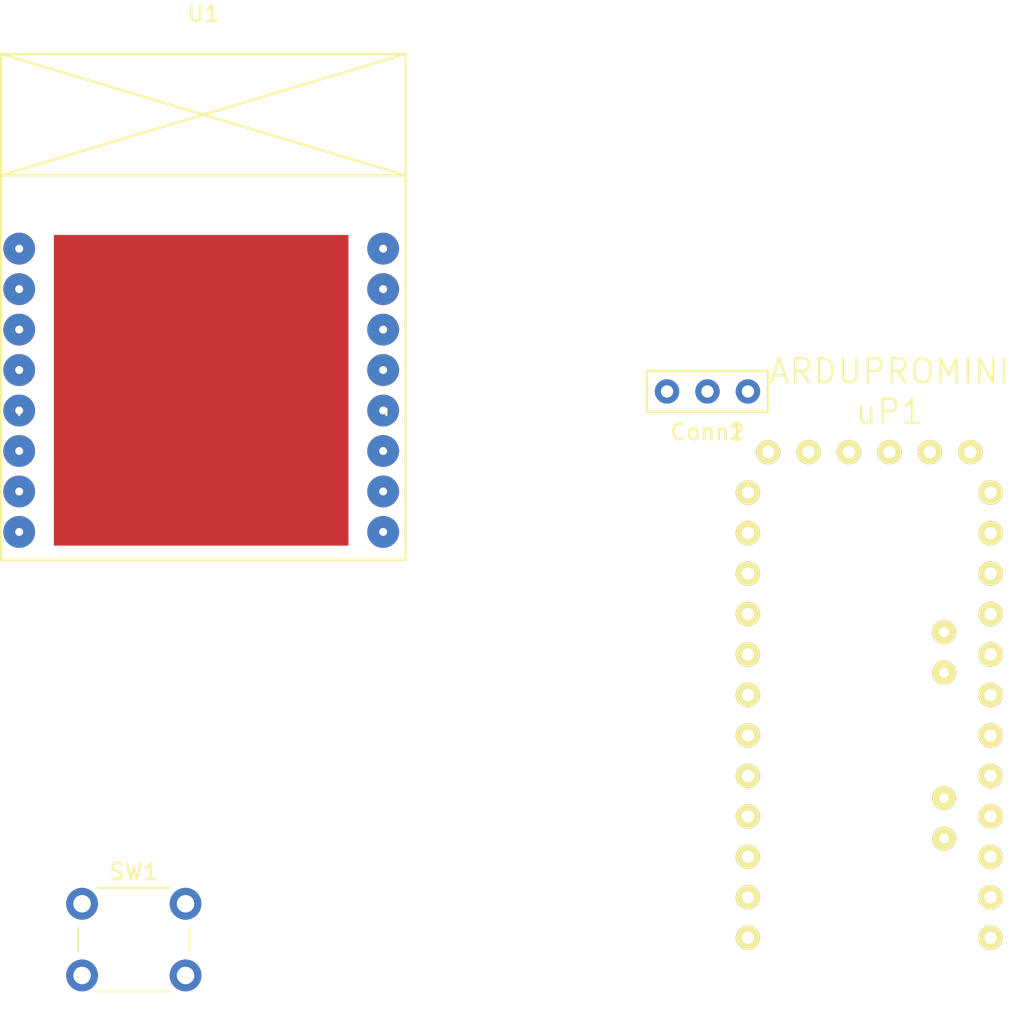
<source format=kicad_pcb>
(kicad_pcb (version 4) (host pcbnew 4.0.7+dfsg1-1~bpo9+1)

  (general
    (links 11)
    (no_connects 9)
    (area 0 0 0 0)
    (thickness 1.6)
    (drawings 0)
    (tracks 0)
    (zones 0)
    (modules 5)
    (nets 7)
  )

  (page A4)
  (layers
    (0 F.Cu signal)
    (31 B.Cu signal)
    (32 B.Adhes user)
    (33 F.Adhes user)
    (34 B.Paste user)
    (35 F.Paste user)
    (36 B.SilkS user)
    (37 F.SilkS user)
    (38 B.Mask user)
    (39 F.Mask user)
    (40 Dwgs.User user)
    (41 Cmts.User user)
    (42 Eco1.User user)
    (43 Eco2.User user)
    (44 Edge.Cuts user)
    (45 Margin user)
    (46 B.CrtYd user)
    (47 F.CrtYd user)
    (48 B.Fab user)
    (49 F.Fab user)
  )

  (setup
    (last_trace_width 1)
    (trace_clearance 0.2)
    (zone_clearance 0.508)
    (zone_45_only no)
    (trace_min 0.2)
    (segment_width 0.2)
    (edge_width 0.15)
    (via_size 2)
    (via_drill 0.4)
    (via_min_size 0.4)
    (via_min_drill 0.3)
    (uvia_size 0.3)
    (uvia_drill 0.1)
    (uvias_allowed no)
    (uvia_min_size 0.2)
    (uvia_min_drill 0.1)
    (pcb_text_width 0.3)
    (pcb_text_size 1.5 1.5)
    (mod_edge_width 0.15)
    (mod_text_size 1 1)
    (mod_text_width 0.15)
    (pad_size 1.524 1.524)
    (pad_drill 0.762)
    (pad_to_mask_clearance 0.2)
    (aux_axis_origin 0 0)
    (visible_elements FFFFFF7F)
    (pcbplotparams
      (layerselection 0x00030_80000001)
      (usegerberextensions false)
      (excludeedgelayer true)
      (linewidth 0.100000)
      (plotframeref false)
      (viasonmask false)
      (mode 1)
      (useauxorigin false)
      (hpglpennumber 1)
      (hpglpenspeed 20)
      (hpglpendiameter 15)
      (hpglpenoverlay 2)
      (psnegative false)
      (psa4output false)
      (plotreference true)
      (plotvalue true)
      (plotinvisibletext false)
      (padsonsilk false)
      (subtractmaskfromsilk false)
      (outputformat 1)
      (mirror false)
      (drillshape 1)
      (scaleselection 1)
      (outputdirectory ""))
  )

  (net 0 "")
  (net 1 +3V3)
  (net 2 /IR_IN)
  (net 3 GND)
  (net 4 /IR_OUT)
  (net 5 "Net-(SW1-Pad2)")
  (net 6 "Net-(SW1-Pad1)")

  (net_class Default "This is the default net class."
    (clearance 0.2)
    (trace_width 1)
    (via_dia 2)
    (via_drill 0.4)
    (uvia_dia 0.3)
    (uvia_drill 0.1)
    (add_net +3V3)
    (add_net /IR_IN)
    (add_net /IR_OUT)
    (add_net GND)
    (add_net "Net-(SW1-Pad1)")
    (add_net "Net-(SW1-Pad2)")
  )

  (module myLib:myConn3x1 (layer F.Cu) (tedit 5A6268A4) (tstamp 5A628CDF)
    (at 148.5011 105.0036)
    (path /5A62744B)
    (fp_text reference Conn1 (at 0 2.54) (layer F.SilkS)
      (effects (font (size 1 1) (thickness 0.15)))
    )
    (fp_text value myConn3x1 (at 0 -2.54) (layer F.Fab)
      (effects (font (size 1 1) (thickness 0.15)))
    )
    (fp_line (start -3.81 -1.27) (end 3.81 -1.27) (layer F.SilkS) (width 0.15))
    (fp_line (start 3.81 -1.27) (end 3.81 1.27) (layer F.SilkS) (width 0.15))
    (fp_line (start 3.81 1.27) (end -3.81 1.27) (layer F.SilkS) (width 0.15))
    (fp_line (start -3.81 1.27) (end -3.81 -1.27) (layer F.SilkS) (width 0.15))
    (pad 1 thru_hole circle (at -2.54 0) (size 1.524 1.524) (drill 0.762) (layers *.Cu *.Mask)
      (net 1 +3V3))
    (pad 2 thru_hole circle (at 0 0) (size 1.524 1.524) (drill 0.762) (layers *.Cu *.Mask)
      (net 2 /IR_IN))
    (pad 3 thru_hole circle (at 2.54 0) (size 1.524 1.524) (drill 0.762) (layers *.Cu *.Mask)
      (net 3 GND))
  )

  (module myLib:myConn3x1 (layer F.Cu) (tedit 5A6268A4) (tstamp 5A628CEA)
    (at 148.5011 105.0036)
    (path /5A6272F6)
    (fp_text reference Conn2 (at 0 2.54) (layer F.SilkS)
      (effects (font (size 1 1) (thickness 0.15)))
    )
    (fp_text value myConn3x1 (at 0 -2.54) (layer F.Fab)
      (effects (font (size 1 1) (thickness 0.15)))
    )
    (fp_line (start -3.81 -1.27) (end 3.81 -1.27) (layer F.SilkS) (width 0.15))
    (fp_line (start 3.81 -1.27) (end 3.81 1.27) (layer F.SilkS) (width 0.15))
    (fp_line (start 3.81 1.27) (end -3.81 1.27) (layer F.SilkS) (width 0.15))
    (fp_line (start -3.81 1.27) (end -3.81 -1.27) (layer F.SilkS) (width 0.15))
    (pad 1 thru_hole circle (at -2.54 0) (size 1.524 1.524) (drill 0.762) (layers *.Cu *.Mask)
      (net 1 +3V3))
    (pad 2 thru_hole circle (at 0 0) (size 1.524 1.524) (drill 0.762) (layers *.Cu *.Mask)
      (net 4 /IR_OUT))
    (pad 3 thru_hole circle (at 2.54 0) (size 1.524 1.524) (drill 0.762) (layers *.Cu *.Mask)
      (net 3 GND))
  )

  (module Button_Switch_THT:SW_PUSH_6mm_h5mm (layer F.Cu) (tedit 5A02FE31) (tstamp 5A628CF2)
    (at 109.22 137.16)
    (descr "tactile push button, 6x6mm e.g. PHAP33xx series, height=5mm")
    (tags "tact sw push 6mm")
    (path /5A627D48)
    (fp_text reference SW1 (at 3.25 -2) (layer F.SilkS)
      (effects (font (size 1 1) (thickness 0.15)))
    )
    (fp_text value SW_Push (at 3.75 6.7) (layer F.Fab)
      (effects (font (size 1 1) (thickness 0.15)))
    )
    (fp_text user %R (at 3.25 2.25) (layer F.Fab)
      (effects (font (size 1 1) (thickness 0.15)))
    )
    (fp_line (start 3.25 -0.75) (end 6.25 -0.75) (layer F.Fab) (width 0.1))
    (fp_line (start 6.25 -0.75) (end 6.25 5.25) (layer F.Fab) (width 0.1))
    (fp_line (start 6.25 5.25) (end 0.25 5.25) (layer F.Fab) (width 0.1))
    (fp_line (start 0.25 5.25) (end 0.25 -0.75) (layer F.Fab) (width 0.1))
    (fp_line (start 0.25 -0.75) (end 3.25 -0.75) (layer F.Fab) (width 0.1))
    (fp_line (start 7.75 6) (end 8 6) (layer F.CrtYd) (width 0.05))
    (fp_line (start 8 6) (end 8 5.75) (layer F.CrtYd) (width 0.05))
    (fp_line (start 7.75 -1.5) (end 8 -1.5) (layer F.CrtYd) (width 0.05))
    (fp_line (start 8 -1.5) (end 8 -1.25) (layer F.CrtYd) (width 0.05))
    (fp_line (start -1.5 -1.25) (end -1.5 -1.5) (layer F.CrtYd) (width 0.05))
    (fp_line (start -1.5 -1.5) (end -1.25 -1.5) (layer F.CrtYd) (width 0.05))
    (fp_line (start -1.5 5.75) (end -1.5 6) (layer F.CrtYd) (width 0.05))
    (fp_line (start -1.5 6) (end -1.25 6) (layer F.CrtYd) (width 0.05))
    (fp_line (start -1.25 -1.5) (end 7.75 -1.5) (layer F.CrtYd) (width 0.05))
    (fp_line (start -1.5 5.75) (end -1.5 -1.25) (layer F.CrtYd) (width 0.05))
    (fp_line (start 7.75 6) (end -1.25 6) (layer F.CrtYd) (width 0.05))
    (fp_line (start 8 -1.25) (end 8 5.75) (layer F.CrtYd) (width 0.05))
    (fp_line (start 1 5.5) (end 5.5 5.5) (layer F.SilkS) (width 0.12))
    (fp_line (start -0.25 1.5) (end -0.25 3) (layer F.SilkS) (width 0.12))
    (fp_line (start 5.5 -1) (end 1 -1) (layer F.SilkS) (width 0.12))
    (fp_line (start 6.75 3) (end 6.75 1.5) (layer F.SilkS) (width 0.12))
    (fp_circle (center 3.25 2.25) (end 1.25 2.5) (layer F.Fab) (width 0.1))
    (pad 2 thru_hole circle (at 0 4.5 90) (size 2 2) (drill 1.1) (layers *.Cu *.Mask)
      (net 5 "Net-(SW1-Pad2)"))
    (pad 1 thru_hole circle (at 0 0 90) (size 2 2) (drill 1.1) (layers *.Cu *.Mask)
      (net 6 "Net-(SW1-Pad1)"))
    (pad 2 thru_hole circle (at 6.5 4.5 90) (size 2 2) (drill 1.1) (layers *.Cu *.Mask)
      (net 5 "Net-(SW1-Pad2)"))
    (pad 1 thru_hole circle (at 6.5 0 90) (size 2 2) (drill 1.1) (layers *.Cu *.Mask)
      (net 6 "Net-(SW1-Pad1)"))
    (model ${KISYS3DMOD}/Button_Switch_THT.3dshapes/SW_PUSH_6mm_h5mm.wrl
      (at (xyz 0 0 0))
      (scale (xyz 1 1 1))
      (rotate (xyz 0 0 0))
    )
  )

  (module myLib:ESP-Breakout-16PIN (layer F.Cu) (tedit 5A6286EE) (tstamp 5A628D13)
    (at 116.84 104.14)
    (descr "Module, ESP-8266, ESP-13-WROOM-02, 16 pad")
    (tags "Module ESP-8266 ESP8266")
    (path /5A629AEC)
    (fp_text reference U1 (at 0 -22.86) (layer F.SilkS)
      (effects (font (size 1 1) (thickness 0.15)))
    )
    (fp_text value ESP-Breatout-16Pin (at -0.14 -10.64) (layer F.Fab)
      (effects (font (size 1 1) (thickness 0.15)))
    )
    (fp_line (start -12.7 -12.7) (end -12.7 -20.32) (layer F.SilkS) (width 0.15))
    (fp_line (start -12.7 -12.7) (end 12.7 -12.7) (layer F.SilkS) (width 0.15))
    (fp_line (start 12.7 -12.7) (end 12.7 11.43) (layer F.SilkS) (width 0.15))
    (fp_line (start 12.7 11.43) (end -12.7 11.43) (layer F.SilkS) (width 0.15))
    (fp_line (start -12.7 11.43) (end -12.7 -12.7) (layer F.SilkS) (width 0.15))
    (fp_line (start -12.7 -12.7) (end 12.7 -20.32) (layer F.SilkS) (width 0.15))
    (fp_line (start 12.7 -20.32) (end -12.7 -20.32) (layer F.SilkS) (width 0.15))
    (fp_line (start -12.7 -20.32) (end 12.7 -12.7) (layer F.SilkS) (width 0.15))
    (fp_line (start 12.7 -12.7) (end 12.7 -20.32) (layer F.SilkS) (width 0.15))
    (fp_line (start 11.4932 1.96) (end 11.4932 2.3394) (layer F.SilkS) (width 0.1524))
    (fp_line (start -11.57 1.96) (end -11.57 2.3394) (layer F.SilkS) (width 0.1524))
    (fp_text user "No Copper" (at 0 -13.97) (layer F.CrtYd)
      (effects (font (size 1 1) (thickness 0.15)))
    )
    (pad 10 thru_hole circle (at 11.29 7.14) (size 2 2) (drill 0.5) (layers *.Cu *.Mask))
    (pad 9 thru_hole circle (at 11.29 9.68) (size 2 2) (drill 0.5) (layers *.Cu *.Mask)
      (net 3 GND))
    (pad 1 thru_hole circle (at -11.57 -8.1) (size 2 2) (drill 0.5) (layers *.Cu *.Mask))
    (pad 2 thru_hole circle (at -11.57 -5.56) (size 2 2) (drill 0.5) (layers *.Cu *.Mask))
    (pad 3 thru_hole circle (at -11.57 -3.02) (size 2 2) (drill 0.5) (layers *.Cu *.Mask))
    (pad 4 thru_hole circle (at -11.57 -0.48) (size 2 2) (drill 0.5) (layers *.Cu *.Mask))
    (pad 5 thru_hole circle (at -11.57 2.06) (size 2 2) (drill 0.5) (layers *.Cu *.Mask))
    (pad 6 thru_hole circle (at -11.57 4.6) (size 2 2) (drill 0.5) (layers *.Cu *.Mask))
    (pad 7 thru_hole circle (at -11.57 7.14) (size 2 2) (drill 0.5) (layers *.Cu *.Mask))
    (pad 8 thru_hole circle (at -11.57 9.68) (size 2 2) (drill 0.5) (layers *.Cu *.Mask)
      (net 1 +3V3))
    (pad 11 thru_hole circle (at 11.29 4.6) (size 2 2) (drill 0.5) (layers *.Cu *.Mask))
    (pad 12 thru_hole circle (at 11.29 2.06) (size 2 2) (drill 0.5) (layers *.Cu *.Mask))
    (pad 13 thru_hole circle (at 11.29 -0.48) (size 2 2) (drill 0.5) (layers *.Cu *.Mask))
    (pad 14 thru_hole circle (at 11.29 -3.02) (size 2 2) (drill 0.5) (layers *.Cu *.Mask))
    (pad 15 thru_hole circle (at 11.29 -5.56) (size 2 2) (drill 0.5) (layers *.Cu *.Mask))
    (pad 16 thru_hole circle (at 11.29 -8.1) (size 2 2) (drill 0.5) (layers *.Cu *.Mask))
    (pad PAD smd rect (at -0.14 0.79) (size 18.5 19.5) (layers F.Cu F.Paste F.Mask))
    (model ${ESPLIB}/ESP8266.3dshapes/ESP-13-wroom-02.wrl
      (at (xyz 0 0 0))
      (scale (xyz 0.3937 0.3937 0.3937))
      (rotate (xyz 0 0 0))
    )
  )

  (module ArduProMiniTKB:ArduProMini (layer F.Cu) (tedit 54CFF598) (tstamp 5A628D39)
    (at 148.5011 105.0036)
    (path /5A626B0E)
    (fp_text reference uP1 (at 11.43 1.27) (layer F.SilkS)
      (effects (font (size 1.5 1.5) (thickness 0.15)))
    )
    (fp_text value ARDUPROMINI (at 11.43 -1.27) (layer F.SilkS)
      (effects (font (size 1.5 1.5) (thickness 0.15)))
    )
    (pad 1 thru_hole circle (at 3.81 3.81) (size 1.524 1.524) (drill 0.762) (layers *.Cu *.Mask F.SilkS)
      (net 3 GND))
    (pad 2 thru_hole circle (at 6.35 3.81) (size 1.524 1.524) (drill 0.762) (layers *.Cu *.Mask F.SilkS))
    (pad 3 thru_hole circle (at 8.89 3.81) (size 1.524 1.524) (drill 0.762) (layers *.Cu *.Mask F.SilkS)
      (net 1 +3V3))
    (pad 4 thru_hole circle (at 11.43 3.81) (size 1.524 1.524) (drill 0.762) (layers *.Cu *.Mask F.SilkS))
    (pad 5 thru_hole circle (at 13.97 3.81) (size 1.524 1.524) (drill 0.762) (layers *.Cu *.Mask F.SilkS))
    (pad 6 thru_hole circle (at 16.51 3.81) (size 1.524 1.524) (drill 0.762) (layers *.Cu *.Mask F.SilkS))
    (pad 7 thru_hole circle (at 2.54 6.35) (size 1.524 1.524) (drill 0.762) (layers *.Cu *.Mask F.SilkS))
    (pad 8 thru_hole circle (at 2.54 8.89) (size 1.524 1.524) (drill 0.762) (layers *.Cu *.Mask F.SilkS))
    (pad 9 thru_hole circle (at 2.54 11.43) (size 1.524 1.524) (drill 0.762) (layers *.Cu *.Mask F.SilkS))
    (pad 10 thru_hole circle (at 2.54 13.97) (size 1.524 1.524) (drill 0.762) (layers *.Cu *.Mask F.SilkS))
    (pad 11 thru_hole circle (at 2.54 16.51) (size 1.524 1.524) (drill 0.762) (layers *.Cu *.Mask F.SilkS))
    (pad 12 thru_hole circle (at 2.54 19.05) (size 1.524 1.524) (drill 0.762) (layers *.Cu *.Mask F.SilkS))
    (pad 13 thru_hole circle (at 2.54 21.59) (size 1.524 1.524) (drill 0.762) (layers *.Cu *.Mask F.SilkS))
    (pad 14 thru_hole circle (at 2.54 24.13) (size 1.524 1.524) (drill 0.762) (layers *.Cu *.Mask F.SilkS))
    (pad 15 thru_hole circle (at 2.54 26.67) (size 1.524 1.524) (drill 0.762) (layers *.Cu *.Mask F.SilkS))
    (pad 16 thru_hole circle (at 2.54 29.21) (size 1.524 1.524) (drill 0.762) (layers *.Cu *.Mask F.SilkS))
    (pad 17 thru_hole circle (at 2.54 31.75) (size 1.524 1.524) (drill 0.762) (layers *.Cu *.Mask F.SilkS))
    (pad 18 thru_hole circle (at 2.54 34.29) (size 1.524 1.524) (drill 0.762) (layers *.Cu *.Mask F.SilkS))
    (pad 19 thru_hole circle (at 17.78 6.35) (size 1.524 1.524) (drill 0.762) (layers *.Cu *.Mask F.SilkS))
    (pad 20 thru_hole circle (at 17.78 8.89) (size 1.524 1.524) (drill 0.762) (layers *.Cu *.Mask F.SilkS))
    (pad 21 thru_hole circle (at 17.78 11.43) (size 1.524 1.524) (drill 0.762) (layers *.Cu *.Mask F.SilkS))
    (pad 22 thru_hole circle (at 17.78 13.97) (size 1.524 1.524) (drill 0.762) (layers *.Cu *.Mask F.SilkS)
      (net 1 +3V3))
    (pad 23 thru_hole circle (at 17.78 16.51) (size 1.524 1.524) (drill 0.762) (layers *.Cu *.Mask F.SilkS))
    (pad 24 thru_hole circle (at 17.78 19.05) (size 1.524 1.524) (drill 0.762) (layers *.Cu *.Mask F.SilkS))
    (pad 25 thru_hole circle (at 17.78 21.59) (size 1.524 1.524) (drill 0.762) (layers *.Cu *.Mask F.SilkS)
      (net 4 /IR_OUT))
    (pad 26 thru_hole circle (at 17.78 24.13) (size 1.524 1.524) (drill 0.762) (layers *.Cu *.Mask F.SilkS)
      (net 2 /IR_IN))
    (pad 27 thru_hole circle (at 17.78 26.67) (size 1.524 1.524) (drill 0.762) (layers *.Cu *.Mask F.SilkS))
    (pad 28 thru_hole circle (at 17.78 29.21) (size 1.524 1.524) (drill 0.762) (layers *.Cu *.Mask F.SilkS))
    (pad 29 thru_hole circle (at 17.78 31.75) (size 1.524 1.524) (drill 0.762) (layers *.Cu *.Mask F.SilkS))
    (pad 30 thru_hole circle (at 17.78 34.29) (size 1.524 1.524) (drill 0.762) (layers *.Cu *.Mask F.SilkS))
    (pad 31 thru_hole circle (at 14.859 15.113) (size 1.5 1.5) (drill 0.6) (layers *.Cu *.Mask F.SilkS))
    (pad 32 thru_hole circle (at 14.859 17.653) (size 1.5 1.5) (drill 0.6) (layers *.Cu *.Mask F.SilkS))
    (pad 34 thru_hole circle (at 14.859 25.527) (size 1.5 1.5) (drill 0.6) (layers *.Cu *.Mask F.SilkS))
    (pad 35 thru_hole circle (at 14.859 28.067) (size 1.5 1.5) (drill 0.6) (layers *.Cu *.Mask F.SilkS))
  )

)

</source>
